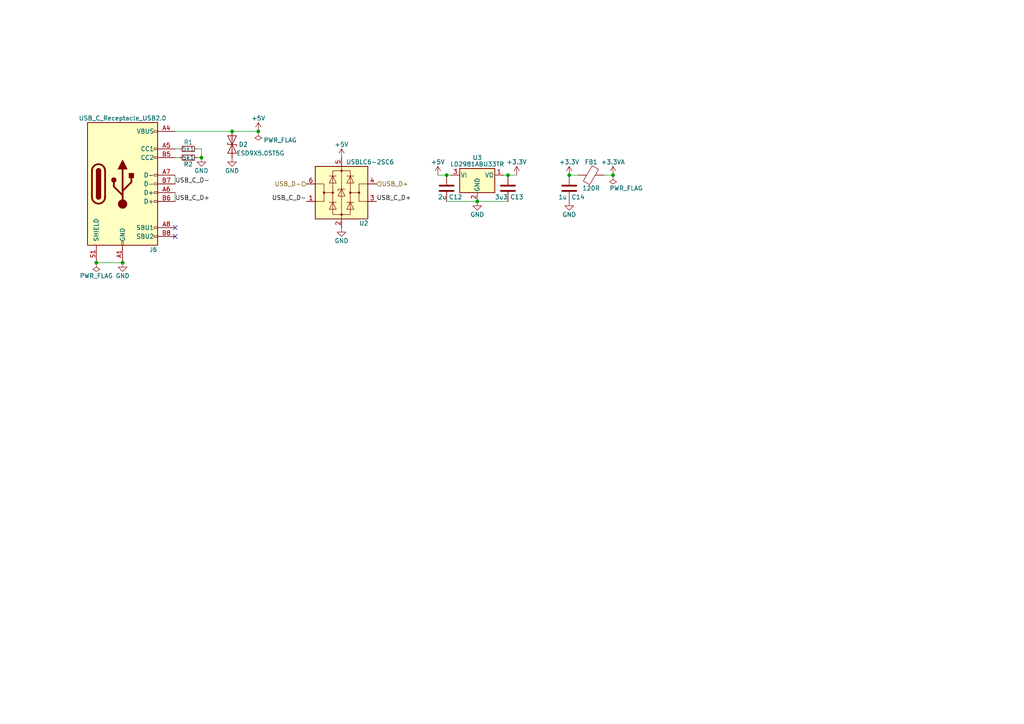
<source format=kicad_sch>
(kicad_sch (version 20211123) (generator eeschema)
  (paper "A4")
  (lib_symbols
    (symbol "Connector:USB_C_Receptacle_USB2.0" (pin_names (offset 1.016))
      (property "Reference" "J" (at -10.16 19.05 0))
      (property "Value" "USB_C_Receptacle_USB2.0" (at 19.05 19.05 0))
      (symbol "USB_C_Receptacle_USB2.0_0_0"
        (rectangle (start -0.254 -17.78) (end 0.254 -16.764))
        (rectangle (start 10.16 -14.986) (end 9.144 -15.494))
        (rectangle (start 10.16 -12.446) (end 9.144 -12.954))
        (rectangle (start 10.16 -4.826) (end 9.144 -5.334))
        (rectangle (start 10.16 -2.286) (end 9.144 -2.794))
        (rectangle (start 10.16 0.254) (end 9.144 -0.254))
        (rectangle (start 10.16 2.794) (end 9.144 2.286))
        (rectangle (start 10.16 7.874) (end 9.144 7.366))
        (rectangle (start 10.16 10.414) (end 9.144 9.906))
        (rectangle (start 10.16 15.494) (end 9.144 14.986))
      )
      (symbol "USB_C_Receptacle_USB2.0_0_1"
        (rectangle (start -10.16 17.78) (end 10.16 -17.78) (stroke (width 0.254)) (fill (type background)))
        (arc (start -8.89 -3.81) (mid -6.985 -5.715) (end -5.08 -3.81) (stroke (width 0.508)))
        (arc (start -7.62 -3.81) (mid -6.985 -4.445) (end -6.35 -3.81) (stroke (width 0.254)))
        (arc (start -7.62 -3.81) (mid -6.985 -4.445) (end -6.35 -3.81) (stroke (width 0.254)) (fill (type outline)))
        (rectangle (start -7.62 -3.81) (end -6.35 3.81) (stroke (width 0.254)) (fill (type outline)))
        (arc (start -6.35 3.81) (mid -6.985 4.445) (end -7.62 3.81) (stroke (width 0.254)))
        (arc (start -6.35 3.81) (mid -6.985 4.445) (end -7.62 3.81) (stroke (width 0.254)) (fill (type outline)))
        (arc (start -5.08 3.81) (mid -6.985 5.715) (end -8.89 3.81) (stroke (width 0.508)))
        (circle (center -2.54 1.143) (radius 0.635) (stroke (width 0.254)) (fill (type outline)))
        (circle (center 0 -5.842) (radius 1.27) (fill (type outline)))
        (polyline (pts (xy -8.89 -3.81) (xy -8.89 3.81)) (stroke (width 0.508)))
        (polyline (pts (xy -5.08 3.81) (xy -5.08 -3.81)) (stroke (width 0.508)))
        (polyline (pts (xy 0 -5.842) (xy 0 4.318)) (stroke (width 0.508)))
        (polyline (pts (xy 0 -3.302) (xy -2.54 -0.762) (xy -2.54 0.508)) (stroke (width 0.508)))
        (polyline (pts (xy 0 -2.032) (xy 2.54 0.508) (xy 2.54 1.778)) (stroke (width 0.508)))
        (polyline (pts (xy -1.27 4.318) (xy 0 6.858) (xy 1.27 4.318) (xy -1.27 4.318)) (stroke (width 0.254)) (fill (type outline)))
        (rectangle (start 1.905 1.778) (end 3.175 3.048) (stroke (width 0.254)) (fill (type outline)))
      )
      (symbol "USB_C_Receptacle_USB2.0_1_1"
        (pin passive line (at 0 -22.86 90) (length 5.08) (name "GND") (number "A1"))
        (pin passive line (at 0 -22.86 90) (length 5.08) hide (name "GND") (number "A12"))
        (pin passive line (at 15.24 15.24 180) (length 5.08) (name "VBUS") (number "A4"))
        (pin bidirectional line (at 15.24 10.16 180) (length 5.08) (name "CC1") (number "A5"))
        (pin bidirectional line (at 15.24 -2.54 180) (length 5.08) (name "D+") (number "A6"))
        (pin bidirectional line (at 15.24 2.54 180) (length 5.08) (name "D-") (number "A7"))
        (pin bidirectional line (at 15.24 -12.7 180) (length 5.08) (name "SBU1") (number "A8"))
        (pin passive line (at 15.24 15.24 180) (length 5.08) hide (name "VBUS") (number "A9"))
        (pin passive line (at 0 -22.86 90) (length 5.08) hide (name "GND") (number "B1"))
        (pin passive line (at 0 -22.86 90) (length 5.08) hide (name "GND") (number "B12"))
        (pin passive line (at 15.24 15.24 180) (length 5.08) hide (name "VBUS") (number "B4"))
        (pin bidirectional line (at 15.24 7.62 180) (length 5.08) (name "CC2") (number "B5"))
        (pin bidirectional line (at 15.24 -5.08 180) (length 5.08) (name "D+") (number "B6"))
        (pin bidirectional line (at 15.24 0 180) (length 5.08) (name "D-") (number "B7"))
        (pin bidirectional line (at 15.24 -15.24 180) (length 5.08) (name "SBU2") (number "B8"))
        (pin passive line (at 15.24 15.24 180) (length 5.08) hide (name "VBUS") (number "B9"))
        (pin passive line (at -7.62 -22.86 90) (length 5.08) (name "SHIELD") (number "S1"))
      )
    )
    (symbol "Device:C" (pin_numbers hide) (pin_names (offset 0.254))
      (property "Reference" "C" (at 0.635 2.54 0))
      (property "Value" "C" (at 0.635 -2.54 0))
      (symbol "C_0_1"
        (polyline (pts (xy -2.032 -0.762) (xy 2.032 -0.762)) (stroke (width 0.508)))
        (polyline (pts (xy -2.032 0.762) (xy 2.032 0.762)) (stroke (width 0.508)))
      )
      (symbol "C_1_1"
        (pin passive line (at 0 3.81 270) (length 2.794) (name "~") (number "1"))
        (pin passive line (at 0 -3.81 90) (length 2.794) (name "~") (number "2"))
      )
    )
    (symbol "Device:FerriteBead" (pin_numbers hide) (pin_names (offset 0))
      (property "Reference" "FB" (at -3.81 0.635 90))
      (property "Value" "FerriteBead" (at 3.81 0 90))
      (symbol "FerriteBead_0_1"
        (polyline (pts (xy 0 -1.27) (xy 0 -1.2192)))
        (polyline (pts (xy 0 1.27) (xy 0 1.2954)))
        (polyline (pts (xy -2.7686 0.4064) (xy -1.7018 2.2606) (xy 2.7686 -0.3048) (xy 1.6764 -2.159) (xy -2.7686 0.4064)))
      )
      (symbol "FerriteBead_1_1"
        (pin passive line (at 0 3.81 270) (length 2.54) (name "~") (number "1"))
        (pin passive line (at 0 -3.81 90) (length 2.54) (name "~") (number "2"))
      )
    )
    (symbol "Device:R_Small" (pin_numbers hide) (pin_names (offset 0.254) hide)
      (property "Reference" "R" (at 0.762 0.508 0))
      (property "Value" "R_Small" (at 0.762 -1.016 0))
      (symbol "R_Small_0_1"
        (rectangle (start -0.762 1.778) (end 0.762 -1.778) (stroke (width 0.2032)))
      )
      (symbol "R_Small_1_1"
        (pin passive line (at 0 2.54 270) (length 0.762) (name "~") (number "1"))
        (pin passive line (at 0 -2.54 90) (length 0.762) (name "~") (number "2"))
      )
    )
    (symbol "Diode:ESD9B5.0ST5G" (pin_numbers hide) (pin_names (offset 1.016) hide)
      (property "Reference" "D" (at 0 2.54 0))
      (property "Value" "ESD9B5.0ST5G" (at 0 -2.54 0))
      (symbol "ESD9B5.0ST5G_0_1"
        (polyline (pts (xy 1.27 0) (xy -1.27 0)))
        (polyline (pts (xy -2.54 -1.27) (xy 0 0) (xy -2.54 1.27) (xy -2.54 -1.27)) (stroke (width 0.2032)))
        (polyline (pts (xy 0.508 1.27) (xy 0 1.27) (xy 0 -1.27) (xy -0.508 -1.27)) (stroke (width 0.2032)))
        (polyline (pts (xy 2.54 1.27) (xy 2.54 -1.27) (xy 0 0) (xy 2.54 1.27)) (stroke (width 0.2032)))
      )
      (symbol "ESD9B5.0ST5G_1_1"
        (pin passive line (at -3.81 0 0) (length 2.54) (name "A1") (number "1"))
        (pin passive line (at 3.81 0 180) (length 2.54) (name "A2") (number "2"))
      )
    )
    (symbol "Power_Protection:USBLC6-2SC6" (pin_names hide)
      (property "Reference" "U" (at 2.54 8.89 0))
      (property "Value" "USBLC6-2SC6" (at 2.54 -8.89 0))
      (symbol "USBLC6-2SC6_0_1"
        (rectangle (start -7.62 -7.62) (end 7.62 7.62) (stroke (width 0.254)) (fill (type background)))
        (circle (center -5.08 0) (radius 0.254) (fill (type outline)))
        (circle (center -2.54 0) (radius 0.254) (fill (type outline)))
        (rectangle (start -2.54 6.35) (end 2.54 -6.35))
        (circle (center 0 -6.35) (radius 0.254) (fill (type outline)))
        (polyline (pts (xy -5.08 -2.54) (xy -7.62 -2.54)))
        (polyline (pts (xy -5.08 0) (xy -5.08 -2.54)))
        (polyline (pts (xy -5.08 2.54) (xy -7.62 2.54)))
        (polyline (pts (xy -1.524 -2.794) (xy -3.556 -2.794)))
        (polyline (pts (xy -1.524 4.826) (xy -3.556 4.826)))
        (polyline (pts (xy 0 -7.62) (xy 0 -6.35)))
        (polyline (pts (xy 0 -6.35) (xy 0 1.27)))
        (polyline (pts (xy 0 1.27) (xy 0 6.35)))
        (polyline (pts (xy 0 6.35) (xy 0 7.62)))
        (polyline (pts (xy 1.524 -2.794) (xy 3.556 -2.794)))
        (polyline (pts (xy 1.524 4.826) (xy 3.556 4.826)))
        (polyline (pts (xy 5.08 -2.54) (xy 7.62 -2.54)))
        (polyline (pts (xy 5.08 0) (xy 5.08 -2.54)))
        (polyline (pts (xy 5.08 2.54) (xy 7.62 2.54)))
        (polyline (pts (xy -2.54 0) (xy -5.08 0) (xy -5.08 2.54)))
        (polyline (pts (xy 2.54 0) (xy 5.08 0) (xy 5.08 2.54)))
        (polyline (pts (xy -3.556 -4.826) (xy -1.524 -4.826) (xy -2.54 -2.794) (xy -3.556 -4.826)))
        (polyline (pts (xy -3.556 2.794) (xy -1.524 2.794) (xy -2.54 4.826) (xy -3.556 2.794)))
        (polyline (pts (xy -1.016 -1.016) (xy 1.016 -1.016) (xy 0 1.016) (xy -1.016 -1.016)))
        (polyline (pts (xy 1.016 1.016) (xy 0.762 1.016) (xy -1.016 1.016) (xy -1.016 0.508)))
        (polyline (pts (xy 3.556 -4.826) (xy 1.524 -4.826) (xy 2.54 -2.794) (xy 3.556 -4.826)))
        (polyline (pts (xy 3.556 2.794) (xy 1.524 2.794) (xy 2.54 4.826) (xy 3.556 2.794)))
        (circle (center 0 6.35) (radius 0.254) (fill (type outline)))
        (circle (center 2.54 0) (radius 0.254) (fill (type outline)))
        (circle (center 5.08 0) (radius 0.254) (fill (type outline)))
      )
      (symbol "USBLC6-2SC6_1_1"
        (pin passive line (at -10.16 -2.54 0) (length 2.54) (name "I/O1") (number "1"))
        (pin passive line (at 0 -10.16 90) (length 2.54) (name "GND") (number "2"))
        (pin passive line (at 10.16 -2.54 180) (length 2.54) (name "I/O2") (number "3"))
        (pin passive line (at 10.16 2.54 180) (length 2.54) (name "I/O2") (number "4"))
        (pin passive line (at 0 10.16 270) (length 2.54) (name "VBUS") (number "5"))
        (pin passive line (at -10.16 2.54 0) (length 2.54) (name "I/O1") (number "6"))
      )
    )
    (symbol "Regulator_Linear:AP7384-33Y" (pin_names (offset 0.254))
      (property "Reference" "U" (at -3.81 3.175 0))
      (property "Value" "AP7384-33Y" (at 0 3.175 0))
      (symbol "AP7384-33Y_0_1"
        (rectangle (start -5.08 1.905) (end 5.08 -5.08) (stroke (width 0.254)) (fill (type background)))
      )
      (symbol "AP7384-33Y_1_1"
        (pin power_out line (at 7.62 0 180) (length 2.54) (name "VO") (number "1"))
        (pin power_in line (at 0 -7.62 90) (length 2.54) (name "GND") (number "2"))
        (pin power_in line (at -7.62 0 0) (length 2.54) (name "VI") (number "3"))
      )
    )
    (symbol "power:+3.3V" (power) (pin_names (offset 0))
      (property "Value" "+3.3V" (at 0 3.556 0))
      (symbol "+3.3V_0_1"
        (polyline (pts (xy -0.762 1.27) (xy 0 2.54)))
        (polyline (pts (xy 0 0) (xy 0 2.54)))
        (polyline (pts (xy 0 2.54) (xy 0.762 1.27)))
      )
      (symbol "+3.3V_1_1"
        (pin power_in line (at 0 0 90) (length 0) hide (name "+3.3V") (number "1"))
      )
    )
    (symbol "power:+3.3VA" (power) (pin_names (offset 0))
      (property "Value" "+3.3VA" (at 0 3.556 0))
      (symbol "+3.3VA_0_1"
        (polyline (pts (xy -0.762 1.27) (xy 0 2.54)))
        (polyline (pts (xy 0 0) (xy 0 2.54)))
        (polyline (pts (xy 0 2.54) (xy 0.762 1.27)))
      )
      (symbol "+3.3VA_1_1"
        (pin power_in line (at 0 0 90) (length 0) hide (name "+3.3VA") (number "1"))
      )
    )
    (symbol "power:+5V" (power) (pin_names (offset 0))
      (property "Value" "+5V" (at 0 3.556 0))
      (symbol "+5V_0_1"
        (polyline (pts (xy -0.762 1.27) (xy 0 2.54)))
        (polyline (pts (xy 0 0) (xy 0 2.54)))
        (polyline (pts (xy 0 2.54) (xy 0.762 1.27)))
      )
      (symbol "+5V_1_1"
        (pin power_in line (at 0 0 90) (length 0) hide (name "+5V") (number "1"))
      )
    )
    (symbol "power:GND" (power) (pin_names (offset 0))
      (property "Value" "GND" (at 0 -3.81 0))
      (symbol "GND_0_1"
        (polyline (pts (xy 0 0) (xy 0 -1.27) (xy 1.27 -1.27) (xy 0 -2.54) (xy -1.27 -1.27) (xy 0 -1.27)))
      )
      (symbol "GND_1_1"
        (pin power_in line (at 0 0 270) (length 0) hide (name "GND") (number "1"))
      )
    )
    (symbol "power:PWR_FLAG" (power) (pin_numbers hide) (pin_names (offset 0) hide)
      (property "Value" "PWR_FLAG" (at 0 3.81 0))
      (symbol "PWR_FLAG_0_0"
        (pin power_out line (at 0 0 90) (length 0) (name "pwr") (number "1"))
      )
      (symbol "PWR_FLAG_0_1"
        (polyline (pts (xy 0 0) (xy 0 1.27) (xy -1.016 1.905) (xy 0 2.54) (xy 1.016 1.905) (xy 0 1.27)))
      )
    )
  )
  (junction (at 177.8 50.8))
  (junction (at 35.56 76.2))
  (junction (at 58.42 45.72))
  (junction (at 129.54 50.8))
  (junction (at 147.32 50.8))
  (junction (at 27.94 76.2))
  (junction (at 74.93 38.1))
  (junction (at 67.31 38.1))
  (junction (at 138.43 58.42))
  (junction (at 165.1 50.8))
  (no_connect (at 50.8 68.58))
  (no_connect (at 50.8 66.04))
  (wire (pts (xy 57.15 45.72) (xy 58.42 45.72)))
  (wire (pts (xy 50.8 55.88) (xy 50.8 58.42)))
  (wire (pts (xy 50.8 38.1) (xy 67.31 38.1)))
  (wire (pts (xy 57.15 43.18) (xy 58.42 43.18)))
  (wire (pts (xy 147.32 50.8) (xy 149.86 50.8)))
  (wire (pts (xy 58.42 43.18) (xy 58.42 45.72)))
  (wire (pts (xy 129.54 50.8) (xy 130.81 50.8)))
  (wire (pts (xy 165.1 50.8) (xy 167.64 50.8)))
  (wire (pts (xy 175.26 50.8) (xy 177.8 50.8)))
  (wire (pts (xy 146.05 50.8) (xy 147.32 50.8)))
  (wire (pts (xy 67.31 38.1) (xy 74.93 38.1)))
  (wire (pts (xy 138.43 58.42) (xy 147.32 58.42)))
  (wire (pts (xy 27.94 76.2) (xy 35.56 76.2)))
  (wire (pts (xy 50.8 43.18) (xy 52.07 43.18)))
  (wire (pts (xy 127 50.8) (xy 129.54 50.8)))
  (wire (pts (xy 129.54 58.42) (xy 138.43 58.42)))
  (wire (pts (xy 50.8 50.8) (xy 50.8 53.34)))
  (wire (pts (xy 50.8 45.72) (xy 52.07 45.72)))
  (label "USB_C_D-" (at 88.9 58.42 180))
  (label "USB_C_D-" (at 50.8 53.34 0))
  (label "USB_C_D+" (at 50.8 58.42 0))
  (label "USB_C_D+" (at 109.22 58.42 0))
  (hierarchical_label "USB_D-" (shape input) (at 88.9 53.34 180))
  (hierarchical_label "USB_D+" (shape input) (at 109.22 53.34 0))
  (symbol (lib_id "power:+3.3VA") (at 177.8 50.8 0) (unit 1)
    (property "Reference" "#PWR022" (effects hide))
    (property "Value" "+3.3VA" (at 177.8 46.99 0))
  )
  (symbol (lib_id "power:GND") (at 138.43 58.42 0) (unit 1)
    (property "Reference" "#PWR018" (effects hide))
    (property "Value" "GND" (at 138.43 62.23 0))
  )
  (symbol (lib_id "Connector:USB_C_Receptacle_USB2.0") (at 35.56 53.34 0) (unit 1)
    (property "Reference" "J6" (at 44.45 72.39 0))
    (property "Value" "USB_C_Receptacle_USB2.0" (at 35.56 34.29 0))
    (property "Footprint" "Connector_USB:USB_C_Receptacle_HRO_TYPE-C-31-M-12" (effects hide))
    (property "Datasheet" "https://www.usb.org/sites/default/files/documents/usb_type-c.zip" (effects hide))
    (property "Farnell Ref" "3588205" (effects hide))
    (property "Price" "0.95" (effects hide))
    (property "MPN" "USB4105-GF-A" (effects hide))
  )
  (symbol (lib_id "Device:R_Small") (at 54.61 45.72 270) (unit 1)
    (property "Reference" "R2" (at 54.61 47.625 90))
    (property "Value" "5k1" (at 54.61 45.72 90))
    (property "Footprint" "Resistor_SMD:R_0805_2012Metric_Pad1.20x1.40mm_HandSolder" (effects hide))
  )
  (symbol (lib_id "power:PWR_FLAG") (at 27.94 76.2 180) (unit 1)
    (property "Reference" "#FLG0102" (effects hide))
    (property "Value" "PWR_FLAG" (at 27.94 80.01 0))
  )
  (symbol (lib_id "power:+3.3V") (at 149.86 50.8 0) (unit 1)
    (property "Reference" "#PWR019" (effects hide))
    (property "Value" "+3.3V" (at 149.86 46.99 0))
  )
  (symbol (lib_id "Device:R_Small") (at 54.61 43.18 90) (unit 1)
    (property "Reference" "R1" (at 54.61 41.275 90))
    (property "Value" "5k1" (at 54.61 43.18 90))
    (property "Footprint" "Resistor_SMD:R_0805_2012Metric_Pad1.20x1.40mm_HandSolder" (effects hide))
  )
  (symbol (lib_id "power:GND") (at 99.06 66.04 0) (unit 1)
    (property "Reference" "#PWR0110" (effects hide))
    (property "Value" "GND" (at 99.06 69.85 0))
  )
  (symbol (lib_id "power:+5V") (at 74.93 38.1 0) (unit 1)
    (property "Reference" "#PWR0109" (effects hide))
    (property "Value" "+5V" (at 74.93 34.29 0))
  )
  (symbol (lib_id "power:+5V") (at 99.06 45.72 0) (unit 1)
    (property "Reference" "#PWR0111" (effects hide))
    (property "Value" "+5V" (at 99.06 41.91 0))
  )
  (symbol (lib_id "Regulator_Linear:AP7384-33Y") (at 138.43 50.8 0) (unit 1)
    (property "Reference" "U3" (at 138.43 45.72 0))
    (property "Value" "LD2981ABU33TR" (at 138.43 47.625 0))
    (property "Footprint" "Package_TO_SOT_SMD:SOT-89-3" (effects hide))
    (property "Datasheet" "https://www.diodes.com/assets/Datasheets/AP7384.pdf" (effects hide))
    (property "Farnell Ref" "2849781" (effects hide))
    (property "Price" "1.33" (effects hide))
    (property "MPN" "LD2981ABU33TR" (effects hide))
  )
  (symbol (lib_id "Diode:ESD9B5.0ST5G") (at 67.31 41.91 90) (unit 1)
    (property "Reference" "D2" (at 69.215 41.91 90) (effects (justify right)))
    (property "Value" "ESD9X5.0ST5G" (at 68.58 44.45 90) (effects (justify right)))
    (property "Footprint" "Diode_SMD:D_SOD-923" (effects hide))
    (property "Datasheet" "https://www.onsemi.com/pdf/datasheet/esd9x3.3st5g-d.pdf" (effects hide))
    (property "Farnell Ref" "2627964" (effects hide))
    (property "Price" "0.27" (effects hide))
    (property "MPN" "ESD9X5.0ST5G" (effects hide))
  )
  (symbol (lib_id "power:GND") (at 58.42 45.72 0) (unit 1)
    (property "Reference" "#PWR0107" (effects hide))
    (property "Value" "GND" (at 58.42 49.53 0))
  )
  (symbol (lib_id "power:PWR_FLAG") (at 74.93 38.1 180) (unit 1)
    (property "Reference" "#FLG0101" (effects hide))
    (property "Value" "PWR_FLAG" (at 81.28 40.64 0))
  )
  (symbol (lib_id "power:PWR_FLAG") (at 177.8 50.8 180) (unit 1)
    (property "Reference" "#FLG01" (effects hide))
    (property "Value" "PWR_FLAG" (at 181.61 54.61 0))
  )
  (symbol (lib_id "Power_Protection:USBLC6-2SC6") (at 99.06 55.88 0) (unit 1)
    (property "Reference" "U2" (at 104.14 64.77 0) (effects (justify left)))
    (property "Value" "USBLC6-2SC6" (at 100.33 46.99 0) (effects (justify left)))
    (property "Footprint" "Package_TO_SOT_SMD:SOT-23-6" (effects hide))
    (property "Datasheet" "https://www.st.com/resource/en/datasheet/usblc6-2.pdf" (effects hide))
    (property "Farnell Ref" "1295311" (effects hide))
    (property "Price" "0.94" (effects hide))
    (property "MPN" "USBLC6-4SC6" (effects hide))
  )
  (symbol (lib_id "Device:FerriteBead") (at 171.45 50.8 90) (unit 1)
    (property "Reference" "FB1" (at 171.45 46.99 90))
    (property "Value" "120R" (at 171.45 54.61 90))
    (property "Footprint" "Inductor_SMD:L_1206_3216Metric_Pad1.22x1.90mm_HandSolder" (effects hide))
    (property "Farnell Ref" "1635758" (effects hide))
    (property "Price" "0.3" (effects hide))
    (property "MPN" "Würth 74279218" (effects hide))
  )
  (symbol (lib_id "Device:C") (at 165.1 54.61 0) (unit 1)
    (property "Reference" "C14" (at 165.735 57.15 0) (effects (justify left)))
    (property "Value" "1u" (at 161.925 57.15 0) (effects (justify left)))
    (property "Footprint" "Capacitor_SMD:C_0603_1608Metric_Pad1.08x0.95mm_HandSolder" (effects hide))
  )
  (symbol (lib_id "power:+3.3V") (at 165.1 50.8 0) (unit 1)
    (property "Reference" "#PWR020" (effects hide))
    (property "Value" "+3.3V" (at 165.1 46.99 0))
  )
  (symbol (lib_id "power:GND") (at 165.1 58.42 0) (unit 1)
    (property "Reference" "#PWR021" (effects hide))
    (property "Value" "GND" (at 165.1 62.23 0))
  )
  (symbol (lib_id "Device:C") (at 129.54 54.61 0) (unit 1)
    (property "Reference" "C12" (at 130.175 57.15 0) (effects (justify left)))
    (property "Value" "2u" (at 127 57.15 0) (effects (justify left)))
    (property "Footprint" "Capacitor_SMD:C_0603_1608Metric_Pad1.08x0.95mm_HandSolder" (effects hide))
  )
  (symbol (lib_id "power:GND") (at 67.31 45.72 0) (unit 1)
    (property "Reference" "#PWR016" (effects hide))
    (property "Value" "GND" (at 67.31 49.53 0))
  )
  (symbol (lib_id "power:+5V") (at 127 50.8 0) (unit 1)
    (property "Reference" "#PWR017" (effects hide))
    (property "Value" "+5V" (at 127 46.99 0))
  )
  (symbol (lib_id "power:GND") (at 35.56 76.2 0) (unit 1)
    (property "Reference" "#PWR0108" (effects hide))
    (property "Value" "GND" (at 35.56 80.01 0))
  )
  (symbol (lib_id "Device:C") (at 147.32 54.61 0) (unit 1)
    (property "Reference" "C13" (at 147.955 57.15 0) (effects (justify left)))
    (property "Value" "3u3" (at 143.51 57.15 0) (effects (justify left)))
    (property "Footprint" "Capacitor_SMD:C_0603_1608Metric_Pad1.08x0.95mm_HandSolder" (effects hide))
  )
)
</source>
